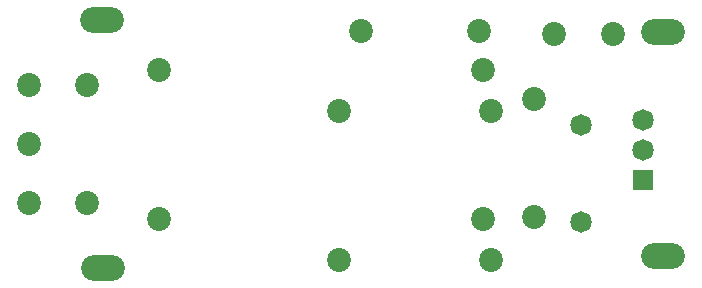
<source format=gts>
G04*
G04 #@! TF.GenerationSoftware,Altium Limited,Altium Designer,22.10.1 (41)*
G04*
G04 Layer_Color=8388736*
%FSLAX44Y44*%
%MOMM*%
G71*
G04*
G04 #@! TF.SameCoordinates,D4045443-6CB9-420C-902B-608008B4B89B*
G04*
G04*
G04 #@! TF.FilePolarity,Negative*
G04*
G01*
G75*
%ADD12C,2.0200*%
%ADD13O,3.7032X2.2032*%
%ADD14C,1.8200*%
%ADD15R,1.8200X1.8200*%
D12*
X132500Y125100D02*
D03*
Y75100D02*
D03*
Y175100D02*
D03*
X182000D02*
D03*
Y75100D02*
D03*
X517500Y62000D02*
D03*
X242500D02*
D03*
X577600Y218400D02*
D03*
X627600D02*
D03*
X513800Y221000D02*
D03*
X413800D02*
D03*
X517500Y188000D02*
D03*
X242500D02*
D03*
X523600Y153000D02*
D03*
X395600D02*
D03*
X560757Y163600D02*
D03*
Y63600D02*
D03*
X395600Y27000D02*
D03*
X523600D02*
D03*
D13*
X195000Y230000D02*
D03*
X670000Y30000D02*
D03*
Y220000D02*
D03*
X195300Y20000D02*
D03*
D14*
X652600Y145400D02*
D03*
Y120000D02*
D03*
X600000Y59000D02*
D03*
Y141000D02*
D03*
D15*
X652600Y94600D02*
D03*
M02*

</source>
